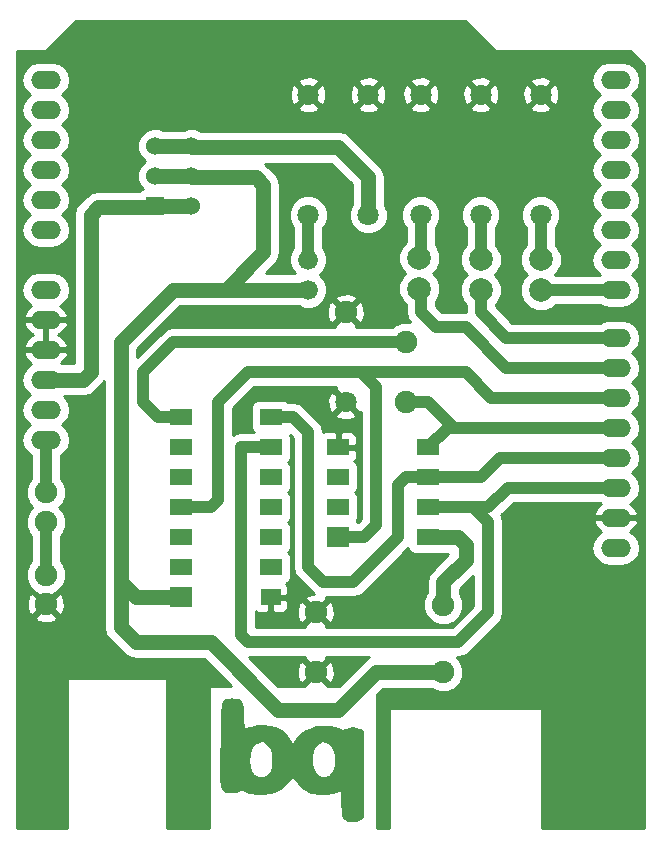
<source format=gtl>
G04 (created by PCBNEW (2013-jul-07)-stable) date Tue 24 Feb 2015 11:31:29 CET*
%MOIN*%
G04 Gerber Fmt 3.4, Leading zero omitted, Abs format*
%FSLAX34Y34*%
G01*
G70*
G90*
G04 APERTURE LIST*
%ADD10C,0.00590551*%
%ADD11C,0.0001*%
%ADD12R,0.06X0.06*%
%ADD13C,0.06*%
%ADD14C,0.066*%
%ADD15C,0.0748031*%
%ADD16R,0.0748031X0.0708661*%
%ADD17R,0.0748031X0.0551181*%
%ADD18R,0.0669291X0.0551181*%
%ADD19C,0.0708661*%
%ADD20C,0.0787402*%
%ADD21O,0.1X0.06*%
%ADD22C,0.04*%
%ADD23C,0.05*%
%ADD24C,0.01*%
G04 APERTURE END LIST*
G54D10*
G54D11*
G36*
X67067Y-47214D02*
X67069Y-46982D01*
X67073Y-46695D01*
X67077Y-46401D01*
X67082Y-46044D01*
X67087Y-45748D01*
X67093Y-45507D01*
X67102Y-45316D01*
X67114Y-45168D01*
X67131Y-45058D01*
X67154Y-44981D01*
X67185Y-44930D01*
X67226Y-44899D01*
X67276Y-44884D01*
X67339Y-44878D01*
X67415Y-44876D01*
X67437Y-44875D01*
X67558Y-44876D01*
X67658Y-44887D01*
X67709Y-44902D01*
X67775Y-44959D01*
X67821Y-45044D01*
X67850Y-45169D01*
X67864Y-45342D01*
X67867Y-45498D01*
X67869Y-45646D01*
X67875Y-45765D01*
X67883Y-45843D01*
X67892Y-45866D01*
X67936Y-45857D01*
X68021Y-45834D01*
X68066Y-45821D01*
X68066Y-46943D01*
X68082Y-47118D01*
X68129Y-47276D01*
X68208Y-47403D01*
X68241Y-47434D01*
X68356Y-47491D01*
X68484Y-47494D01*
X68607Y-47447D01*
X68709Y-47357D01*
X68755Y-47277D01*
X68785Y-47158D01*
X68799Y-47002D01*
X68796Y-46835D01*
X68777Y-46683D01*
X68746Y-46579D01*
X68672Y-46466D01*
X68579Y-46379D01*
X68485Y-46336D01*
X68461Y-46333D01*
X68387Y-46348D01*
X68298Y-46384D01*
X68296Y-46385D01*
X68196Y-46472D01*
X68123Y-46604D01*
X68080Y-46766D01*
X68066Y-46943D01*
X68066Y-45821D01*
X68080Y-45816D01*
X68292Y-45775D01*
X68528Y-45768D01*
X68758Y-45793D01*
X68920Y-45837D01*
X69110Y-45933D01*
X69278Y-46064D01*
X69403Y-46214D01*
X69431Y-46261D01*
X69490Y-46377D01*
X69592Y-46228D01*
X69738Y-46064D01*
X69932Y-45931D01*
X70117Y-45847D01*
X70147Y-45840D01*
X70147Y-47028D01*
X70181Y-47197D01*
X70247Y-47335D01*
X70337Y-47435D01*
X70446Y-47491D01*
X70566Y-47497D01*
X70691Y-47444D01*
X70730Y-47414D01*
X70826Y-47293D01*
X70884Y-47135D01*
X70904Y-46956D01*
X70888Y-46773D01*
X70835Y-46604D01*
X70745Y-46466D01*
X70715Y-46436D01*
X70597Y-46356D01*
X70489Y-46339D01*
X70381Y-46383D01*
X70354Y-46403D01*
X70256Y-46505D01*
X70191Y-46638D01*
X70153Y-46819D01*
X70151Y-46835D01*
X70147Y-47028D01*
X70147Y-45840D01*
X70296Y-45801D01*
X70505Y-45783D01*
X70720Y-45791D01*
X70914Y-45826D01*
X71012Y-45860D01*
X71110Y-45901D01*
X71171Y-45913D01*
X71218Y-45900D01*
X71244Y-45883D01*
X71344Y-45844D01*
X71477Y-45831D01*
X71617Y-45842D01*
X71736Y-45877D01*
X71779Y-45902D01*
X71867Y-45971D01*
X71867Y-47399D01*
X71867Y-48827D01*
X71764Y-48914D01*
X71639Y-48981D01*
X71489Y-49005D01*
X71341Y-48987D01*
X71216Y-48925D01*
X71210Y-48919D01*
X71172Y-48884D01*
X71146Y-48848D01*
X71129Y-48798D01*
X71118Y-48722D01*
X71112Y-48606D01*
X71107Y-48438D01*
X71106Y-48405D01*
X71095Y-47971D01*
X70956Y-48024D01*
X70824Y-48057D01*
X70638Y-48076D01*
X70500Y-48080D01*
X70340Y-48079D01*
X70225Y-48070D01*
X70132Y-48050D01*
X70040Y-48014D01*
X70000Y-47996D01*
X69804Y-47877D01*
X69643Y-47730D01*
X69543Y-47586D01*
X69506Y-47520D01*
X69482Y-47509D01*
X69456Y-47546D01*
X69454Y-47550D01*
X69364Y-47672D01*
X69236Y-47799D01*
X69090Y-47914D01*
X68948Y-47999D01*
X68897Y-48020D01*
X68719Y-48062D01*
X68511Y-48082D01*
X68297Y-48081D01*
X68098Y-48058D01*
X67937Y-48013D01*
X67922Y-48007D01*
X67824Y-47966D01*
X67763Y-47953D01*
X67716Y-47967D01*
X67689Y-47984D01*
X67605Y-48015D01*
X67485Y-48031D01*
X67359Y-48029D01*
X67255Y-48009D01*
X67232Y-47999D01*
X67173Y-47946D01*
X67116Y-47865D01*
X67112Y-47857D01*
X67098Y-47825D01*
X67087Y-47784D01*
X67078Y-47727D01*
X67072Y-47648D01*
X67068Y-47541D01*
X67067Y-47398D01*
X67067Y-47214D01*
X67067Y-47214D01*
X67067Y-47214D01*
G37*
G54D12*
X64905Y-28460D03*
G54D13*
X64905Y-27460D03*
X64905Y-26460D03*
X66094Y-26460D03*
X66094Y-27460D03*
X66094Y-28460D03*
G54D14*
X70000Y-31250D03*
X70000Y-30250D03*
G54D15*
X73250Y-35000D03*
X74500Y-41750D03*
X74500Y-44000D03*
X70250Y-44000D03*
G54D16*
X65750Y-41500D03*
G54D17*
X65750Y-40500D03*
X65750Y-39500D03*
X65750Y-38500D03*
X65750Y-37500D03*
X65750Y-36500D03*
X65750Y-35500D03*
X68750Y-35500D03*
X68750Y-36500D03*
X68750Y-37500D03*
X68750Y-38500D03*
X68750Y-39500D03*
X68750Y-40500D03*
G54D18*
X68750Y-41500D03*
G54D19*
X71250Y-35000D03*
G54D15*
X71250Y-32000D03*
X61250Y-40750D03*
X61250Y-41734D03*
X61250Y-39000D03*
X61250Y-38000D03*
G54D16*
X71000Y-39500D03*
G54D17*
X71000Y-38500D03*
X71000Y-37500D03*
X71000Y-36500D03*
X74000Y-36500D03*
X74000Y-37500D03*
X74000Y-38500D03*
X74000Y-39500D03*
G54D19*
X77750Y-24750D03*
X77750Y-28750D03*
X75750Y-24750D03*
X75750Y-28750D03*
X73750Y-24750D03*
X73750Y-28750D03*
G54D15*
X70250Y-42000D03*
X73250Y-33000D03*
G54D20*
X77750Y-31261D03*
X77750Y-30238D03*
X75750Y-31261D03*
X75750Y-30238D03*
X73700Y-31211D03*
X73700Y-30188D03*
G54D19*
X72000Y-28750D03*
X72000Y-24750D03*
X70000Y-24750D03*
X70000Y-28750D03*
G54D21*
X61250Y-24250D03*
X61250Y-25250D03*
X61250Y-26250D03*
X61250Y-29250D03*
X61250Y-28250D03*
X61250Y-27250D03*
X61250Y-31250D03*
X61250Y-32250D03*
X61250Y-33250D03*
X61250Y-35250D03*
X61250Y-36250D03*
X80250Y-24250D03*
X80250Y-25250D03*
X80250Y-26250D03*
X80250Y-27250D03*
X80250Y-28250D03*
X80250Y-29250D03*
X80250Y-30250D03*
X80250Y-31250D03*
X80250Y-32850D03*
X80250Y-33850D03*
X80250Y-34850D03*
X80250Y-35850D03*
X80250Y-36850D03*
X80250Y-37850D03*
X80250Y-38850D03*
X80250Y-39850D03*
X61250Y-34250D03*
G54D22*
X73750Y-31261D02*
X73750Y-32000D01*
X76600Y-33850D02*
X80250Y-33850D01*
X75250Y-32500D02*
X76600Y-33850D01*
X74250Y-32500D02*
X75250Y-32500D01*
X73750Y-32000D02*
X74250Y-32500D01*
G54D23*
X66094Y-28460D02*
X64905Y-28460D01*
X64905Y-28460D02*
X64866Y-28500D01*
X64866Y-28500D02*
X63000Y-28500D01*
X63000Y-28500D02*
X62750Y-28750D01*
X62750Y-28750D02*
X62750Y-34000D01*
X62750Y-34000D02*
X62500Y-34250D01*
X62500Y-34250D02*
X61250Y-34250D01*
G54D22*
X61250Y-36250D02*
X61250Y-38000D01*
X74000Y-38500D02*
X75500Y-38500D01*
X75500Y-38500D02*
X75750Y-38750D01*
X68750Y-36500D02*
X67750Y-36500D01*
X67750Y-36500D02*
X67750Y-42750D01*
X67750Y-42750D02*
X68000Y-43000D01*
X68000Y-43000D02*
X75000Y-43000D01*
X75000Y-43000D02*
X76000Y-42000D01*
X76000Y-42000D02*
X76000Y-39000D01*
X76000Y-39000D02*
X75750Y-38750D01*
X75750Y-38750D02*
X75750Y-38750D01*
X80250Y-37850D02*
X76650Y-37850D01*
X76000Y-38500D02*
X74000Y-38500D01*
X76650Y-37850D02*
X76000Y-38500D01*
X61250Y-39000D02*
X61250Y-40750D01*
X77750Y-30238D02*
X77750Y-28750D01*
X75750Y-30238D02*
X75750Y-28750D01*
X73750Y-30238D02*
X73750Y-28750D01*
X71000Y-39500D02*
X71849Y-39500D01*
X72250Y-34500D02*
X71750Y-34000D01*
X72250Y-39099D02*
X72250Y-34500D01*
X71849Y-39500D02*
X72250Y-39099D01*
X80250Y-34850D02*
X76100Y-34850D01*
X75250Y-34000D02*
X72500Y-34000D01*
X76100Y-34850D02*
X75250Y-34000D01*
X65750Y-38500D02*
X66750Y-38500D01*
X68000Y-34000D02*
X71750Y-34000D01*
X71750Y-34000D02*
X72500Y-34000D01*
X67000Y-35000D02*
X68000Y-34000D01*
X67000Y-38250D02*
X67000Y-35000D01*
X66750Y-38500D02*
X67000Y-38250D01*
X80250Y-32850D02*
X76600Y-32850D01*
X75750Y-32000D02*
X75750Y-31261D01*
X76600Y-32850D02*
X75750Y-32000D01*
X80250Y-31250D02*
X77761Y-31250D01*
X77761Y-31250D02*
X77750Y-31261D01*
X68750Y-35500D02*
X69500Y-35500D01*
X73250Y-37500D02*
X74000Y-37500D01*
X73000Y-37750D02*
X73250Y-37500D01*
X73000Y-39500D02*
X73000Y-37750D01*
X71500Y-41000D02*
X73000Y-39500D01*
X70500Y-41000D02*
X71500Y-41000D01*
X70000Y-40500D02*
X70500Y-41000D01*
X70000Y-36000D02*
X70000Y-40500D01*
X69500Y-35500D02*
X70000Y-36000D01*
X80250Y-36850D02*
X76400Y-36850D01*
X75750Y-37500D02*
X74000Y-37500D01*
X76400Y-36850D02*
X75750Y-37500D01*
X73250Y-33000D02*
X65500Y-33000D01*
X65000Y-35500D02*
X65750Y-35500D01*
X64500Y-35000D02*
X65000Y-35500D01*
X64500Y-34000D02*
X64500Y-35000D01*
X65500Y-33000D02*
X64500Y-34000D01*
X73250Y-35000D02*
X74000Y-35000D01*
X74000Y-35000D02*
X74850Y-35850D01*
X80250Y-35850D02*
X74850Y-35850D01*
X74850Y-35850D02*
X74650Y-35850D01*
X74650Y-35850D02*
X74000Y-36500D01*
G54D23*
X64905Y-26460D02*
X66094Y-26460D01*
X66094Y-26460D02*
X66133Y-26500D01*
X66133Y-26500D02*
X71000Y-26500D01*
X71000Y-26500D02*
X72000Y-27500D01*
X72000Y-27500D02*
X72000Y-28750D01*
G54D22*
X70000Y-30250D02*
X70000Y-28750D01*
G54D23*
X67000Y-27500D02*
X66133Y-27500D01*
X68250Y-27500D02*
X68500Y-27750D01*
X68500Y-27750D02*
X68500Y-30000D01*
X67250Y-31250D02*
X68500Y-30000D01*
X67000Y-27500D02*
X68250Y-27500D01*
X66133Y-27500D02*
X66094Y-27460D01*
X66094Y-27460D02*
X64905Y-27460D01*
X74500Y-44000D02*
X72250Y-44000D01*
X63750Y-42500D02*
X63750Y-41000D01*
X64250Y-43000D02*
X63750Y-42500D01*
X66750Y-43000D02*
X64250Y-43000D01*
X69000Y-45250D02*
X66750Y-43000D01*
X71000Y-45250D02*
X69000Y-45250D01*
X72250Y-44000D02*
X71000Y-45250D01*
X67250Y-31250D02*
X65500Y-31250D01*
X64250Y-41500D02*
X65750Y-41500D01*
X63750Y-41000D02*
X64250Y-41500D01*
X63750Y-33000D02*
X63750Y-41000D01*
X65500Y-31250D02*
X63750Y-33000D01*
X70000Y-31250D02*
X67250Y-31250D01*
X74000Y-39500D02*
X74500Y-39500D01*
X74500Y-41000D02*
X74500Y-41750D01*
X75250Y-40250D02*
X74500Y-41000D01*
X75250Y-39750D02*
X75250Y-40250D01*
X75000Y-39500D02*
X75250Y-39750D01*
X74500Y-39500D02*
X75000Y-39500D01*
G54D10*
G36*
X71750Y-38892D02*
X71642Y-39000D01*
X71638Y-39000D01*
X71628Y-38975D01*
X71613Y-38960D01*
X71628Y-38945D01*
X71673Y-38835D01*
X71674Y-38716D01*
X71674Y-38164D01*
X71628Y-38054D01*
X71573Y-37999D01*
X71628Y-37945D01*
X71673Y-37835D01*
X71674Y-37716D01*
X71674Y-37164D01*
X71628Y-37054D01*
X71544Y-36970D01*
X71536Y-36966D01*
X71586Y-36917D01*
X71624Y-36825D01*
X71624Y-36174D01*
X71604Y-36127D01*
X71604Y-35425D01*
X71250Y-35070D01*
X71179Y-35141D01*
X71179Y-35000D01*
X70824Y-34645D01*
X70723Y-34679D01*
X70641Y-34905D01*
X70651Y-35145D01*
X70723Y-35320D01*
X70824Y-35354D01*
X71179Y-35000D01*
X71179Y-35141D01*
X70895Y-35425D01*
X70929Y-35526D01*
X71155Y-35608D01*
X71395Y-35598D01*
X71570Y-35526D01*
X71604Y-35425D01*
X71604Y-36127D01*
X71586Y-36082D01*
X71515Y-36012D01*
X71423Y-35974D01*
X71324Y-35974D01*
X71112Y-35974D01*
X71050Y-36036D01*
X71050Y-36450D01*
X71561Y-36450D01*
X71624Y-36387D01*
X71624Y-36174D01*
X71624Y-36825D01*
X71624Y-36612D01*
X71561Y-36550D01*
X71050Y-36550D01*
X71050Y-36557D01*
X70950Y-36557D01*
X70950Y-36550D01*
X70942Y-36550D01*
X70942Y-36450D01*
X70950Y-36450D01*
X70950Y-36036D01*
X70887Y-35974D01*
X70675Y-35974D01*
X70576Y-35974D01*
X70500Y-36006D01*
X70500Y-36000D01*
X70461Y-35808D01*
X70353Y-35646D01*
X70353Y-35646D01*
X69853Y-35146D01*
X69691Y-35038D01*
X69500Y-34999D01*
X69499Y-35000D01*
X69323Y-35000D01*
X69294Y-34970D01*
X69183Y-34924D01*
X69064Y-34924D01*
X68316Y-34924D01*
X68206Y-34969D01*
X68121Y-35054D01*
X68076Y-35164D01*
X68075Y-35283D01*
X68075Y-35835D01*
X68121Y-35945D01*
X68176Y-36000D01*
X67750Y-36000D01*
X67558Y-36038D01*
X67500Y-36077D01*
X67500Y-35207D01*
X68207Y-34500D01*
X70920Y-34500D01*
X70895Y-34574D01*
X71250Y-34929D01*
X71255Y-34923D01*
X71326Y-34994D01*
X71320Y-35000D01*
X71675Y-35354D01*
X71750Y-35329D01*
X71750Y-38892D01*
X71750Y-38892D01*
G37*
G54D24*
X71750Y-38892D02*
X71642Y-39000D01*
X71638Y-39000D01*
X71628Y-38975D01*
X71613Y-38960D01*
X71628Y-38945D01*
X71673Y-38835D01*
X71674Y-38716D01*
X71674Y-38164D01*
X71628Y-38054D01*
X71573Y-37999D01*
X71628Y-37945D01*
X71673Y-37835D01*
X71674Y-37716D01*
X71674Y-37164D01*
X71628Y-37054D01*
X71544Y-36970D01*
X71536Y-36966D01*
X71586Y-36917D01*
X71624Y-36825D01*
X71624Y-36174D01*
X71604Y-36127D01*
X71604Y-35425D01*
X71250Y-35070D01*
X71179Y-35141D01*
X71179Y-35000D01*
X70824Y-34645D01*
X70723Y-34679D01*
X70641Y-34905D01*
X70651Y-35145D01*
X70723Y-35320D01*
X70824Y-35354D01*
X71179Y-35000D01*
X71179Y-35141D01*
X70895Y-35425D01*
X70929Y-35526D01*
X71155Y-35608D01*
X71395Y-35598D01*
X71570Y-35526D01*
X71604Y-35425D01*
X71604Y-36127D01*
X71586Y-36082D01*
X71515Y-36012D01*
X71423Y-35974D01*
X71324Y-35974D01*
X71112Y-35974D01*
X71050Y-36036D01*
X71050Y-36450D01*
X71561Y-36450D01*
X71624Y-36387D01*
X71624Y-36174D01*
X71624Y-36825D01*
X71624Y-36612D01*
X71561Y-36550D01*
X71050Y-36550D01*
X71050Y-36557D01*
X70950Y-36557D01*
X70950Y-36550D01*
X70942Y-36550D01*
X70942Y-36450D01*
X70950Y-36450D01*
X70950Y-36036D01*
X70887Y-35974D01*
X70675Y-35974D01*
X70576Y-35974D01*
X70500Y-36006D01*
X70500Y-36000D01*
X70461Y-35808D01*
X70353Y-35646D01*
X70353Y-35646D01*
X69853Y-35146D01*
X69691Y-35038D01*
X69500Y-34999D01*
X69499Y-35000D01*
X69323Y-35000D01*
X69294Y-34970D01*
X69183Y-34924D01*
X69064Y-34924D01*
X68316Y-34924D01*
X68206Y-34969D01*
X68121Y-35054D01*
X68076Y-35164D01*
X68075Y-35283D01*
X68075Y-35835D01*
X68121Y-35945D01*
X68176Y-36000D01*
X67750Y-36000D01*
X67558Y-36038D01*
X67500Y-36077D01*
X67500Y-35207D01*
X68207Y-34500D01*
X70920Y-34500D01*
X70895Y-34574D01*
X71250Y-34929D01*
X71255Y-34923D01*
X71326Y-34994D01*
X71320Y-35000D01*
X71675Y-35354D01*
X71750Y-35329D01*
X71750Y-38892D01*
G54D10*
G36*
X72027Y-43500D02*
X71861Y-43611D01*
X71022Y-44450D01*
X70878Y-44450D01*
X70878Y-44099D01*
X70868Y-43851D01*
X70792Y-43667D01*
X70689Y-43631D01*
X70320Y-44000D01*
X70689Y-44368D01*
X70792Y-44332D01*
X70878Y-44099D01*
X70878Y-44450D01*
X70615Y-44450D01*
X70618Y-44439D01*
X70250Y-44070D01*
X70179Y-44141D01*
X70179Y-44000D01*
X69810Y-43631D01*
X69707Y-43667D01*
X69621Y-43900D01*
X69631Y-44148D01*
X69707Y-44332D01*
X69810Y-44368D01*
X70179Y-44000D01*
X70179Y-44141D01*
X69881Y-44439D01*
X69884Y-44450D01*
X68977Y-44450D01*
X68027Y-43500D01*
X69902Y-43500D01*
X69881Y-43560D01*
X70250Y-43929D01*
X70618Y-43560D01*
X70597Y-43500D01*
X72027Y-43500D01*
X72027Y-43500D01*
G37*
G54D24*
X72027Y-43500D02*
X71861Y-43611D01*
X71022Y-44450D01*
X70878Y-44450D01*
X70878Y-44099D01*
X70868Y-43851D01*
X70792Y-43667D01*
X70689Y-43631D01*
X70320Y-44000D01*
X70689Y-44368D01*
X70792Y-44332D01*
X70878Y-44099D01*
X70878Y-44450D01*
X70615Y-44450D01*
X70618Y-44439D01*
X70250Y-44070D01*
X70179Y-44141D01*
X70179Y-44000D01*
X69810Y-43631D01*
X69707Y-43667D01*
X69621Y-43900D01*
X69631Y-44148D01*
X69707Y-44332D01*
X69810Y-44368D01*
X70179Y-44000D01*
X70179Y-44141D01*
X69881Y-44439D01*
X69884Y-44450D01*
X68977Y-44450D01*
X68027Y-43500D01*
X69902Y-43500D01*
X69881Y-43560D01*
X70250Y-43929D01*
X70618Y-43560D01*
X70597Y-43500D01*
X72027Y-43500D01*
G54D10*
G36*
X75500Y-41792D02*
X74792Y-42500D01*
X70878Y-42500D01*
X70878Y-42099D01*
X70868Y-41851D01*
X70792Y-41667D01*
X70689Y-41631D01*
X70320Y-42000D01*
X70689Y-42368D01*
X70792Y-42332D01*
X70878Y-42099D01*
X70878Y-42500D01*
X70597Y-42500D01*
X70618Y-42439D01*
X70250Y-42070D01*
X70179Y-42141D01*
X70179Y-42000D01*
X69810Y-41631D01*
X69707Y-41667D01*
X69621Y-41900D01*
X69631Y-42148D01*
X69707Y-42332D01*
X69810Y-42368D01*
X70179Y-42000D01*
X70179Y-42141D01*
X69881Y-42439D01*
X69902Y-42500D01*
X69334Y-42500D01*
X69334Y-41825D01*
X69334Y-41612D01*
X69272Y-41550D01*
X68800Y-41550D01*
X68800Y-41963D01*
X68862Y-42025D01*
X69035Y-42025D01*
X69134Y-42025D01*
X69226Y-41987D01*
X69296Y-41917D01*
X69334Y-41825D01*
X69334Y-42500D01*
X68250Y-42500D01*
X68250Y-41963D01*
X68273Y-41987D01*
X68365Y-42025D01*
X68464Y-42025D01*
X68637Y-42025D01*
X68700Y-41963D01*
X68700Y-41550D01*
X68692Y-41550D01*
X68692Y-41450D01*
X68700Y-41450D01*
X68700Y-41442D01*
X68800Y-41442D01*
X68800Y-41450D01*
X69272Y-41450D01*
X69334Y-41387D01*
X69334Y-41174D01*
X69296Y-41082D01*
X69258Y-41044D01*
X69293Y-41030D01*
X69378Y-40945D01*
X69423Y-40835D01*
X69424Y-40716D01*
X69424Y-40164D01*
X69378Y-40054D01*
X69323Y-39999D01*
X69378Y-39945D01*
X69423Y-39835D01*
X69424Y-39716D01*
X69424Y-39164D01*
X69378Y-39054D01*
X69323Y-38999D01*
X69378Y-38945D01*
X69423Y-38835D01*
X69424Y-38716D01*
X69424Y-38164D01*
X69378Y-38054D01*
X69323Y-37999D01*
X69378Y-37945D01*
X69423Y-37835D01*
X69424Y-37716D01*
X69424Y-37164D01*
X69378Y-37054D01*
X69323Y-36999D01*
X69378Y-36945D01*
X69423Y-36835D01*
X69424Y-36716D01*
X69424Y-36164D01*
X69400Y-36107D01*
X69500Y-36207D01*
X69500Y-40499D01*
X69499Y-40500D01*
X69538Y-40691D01*
X69646Y-40853D01*
X70146Y-41353D01*
X70146Y-41353D01*
X70183Y-41378D01*
X70101Y-41381D01*
X69917Y-41457D01*
X69881Y-41560D01*
X70250Y-41929D01*
X70618Y-41560D01*
X70597Y-41500D01*
X71499Y-41500D01*
X71500Y-41500D01*
X71500Y-41500D01*
X71691Y-41461D01*
X71853Y-41353D01*
X73339Y-39867D01*
X73371Y-39945D01*
X73455Y-40029D01*
X73566Y-40075D01*
X73685Y-40075D01*
X74433Y-40075D01*
X74495Y-40050D01*
X74500Y-40050D01*
X74672Y-40050D01*
X74111Y-40611D01*
X73991Y-40789D01*
X73950Y-41000D01*
X73950Y-41346D01*
X73928Y-41367D01*
X73826Y-41615D01*
X73825Y-41883D01*
X73928Y-42131D01*
X74117Y-42321D01*
X74365Y-42423D01*
X74633Y-42424D01*
X74881Y-42321D01*
X75071Y-42132D01*
X75173Y-41884D01*
X75174Y-41616D01*
X75071Y-41368D01*
X75050Y-41346D01*
X75050Y-41227D01*
X75500Y-40777D01*
X75500Y-41792D01*
X75500Y-41792D01*
G37*
G54D24*
X75500Y-41792D02*
X74792Y-42500D01*
X70878Y-42500D01*
X70878Y-42099D01*
X70868Y-41851D01*
X70792Y-41667D01*
X70689Y-41631D01*
X70320Y-42000D01*
X70689Y-42368D01*
X70792Y-42332D01*
X70878Y-42099D01*
X70878Y-42500D01*
X70597Y-42500D01*
X70618Y-42439D01*
X70250Y-42070D01*
X70179Y-42141D01*
X70179Y-42000D01*
X69810Y-41631D01*
X69707Y-41667D01*
X69621Y-41900D01*
X69631Y-42148D01*
X69707Y-42332D01*
X69810Y-42368D01*
X70179Y-42000D01*
X70179Y-42141D01*
X69881Y-42439D01*
X69902Y-42500D01*
X69334Y-42500D01*
X69334Y-41825D01*
X69334Y-41612D01*
X69272Y-41550D01*
X68800Y-41550D01*
X68800Y-41963D01*
X68862Y-42025D01*
X69035Y-42025D01*
X69134Y-42025D01*
X69226Y-41987D01*
X69296Y-41917D01*
X69334Y-41825D01*
X69334Y-42500D01*
X68250Y-42500D01*
X68250Y-41963D01*
X68273Y-41987D01*
X68365Y-42025D01*
X68464Y-42025D01*
X68637Y-42025D01*
X68700Y-41963D01*
X68700Y-41550D01*
X68692Y-41550D01*
X68692Y-41450D01*
X68700Y-41450D01*
X68700Y-41442D01*
X68800Y-41442D01*
X68800Y-41450D01*
X69272Y-41450D01*
X69334Y-41387D01*
X69334Y-41174D01*
X69296Y-41082D01*
X69258Y-41044D01*
X69293Y-41030D01*
X69378Y-40945D01*
X69423Y-40835D01*
X69424Y-40716D01*
X69424Y-40164D01*
X69378Y-40054D01*
X69323Y-39999D01*
X69378Y-39945D01*
X69423Y-39835D01*
X69424Y-39716D01*
X69424Y-39164D01*
X69378Y-39054D01*
X69323Y-38999D01*
X69378Y-38945D01*
X69423Y-38835D01*
X69424Y-38716D01*
X69424Y-38164D01*
X69378Y-38054D01*
X69323Y-37999D01*
X69378Y-37945D01*
X69423Y-37835D01*
X69424Y-37716D01*
X69424Y-37164D01*
X69378Y-37054D01*
X69323Y-36999D01*
X69378Y-36945D01*
X69423Y-36835D01*
X69424Y-36716D01*
X69424Y-36164D01*
X69400Y-36107D01*
X69500Y-36207D01*
X69500Y-40499D01*
X69499Y-40500D01*
X69538Y-40691D01*
X69646Y-40853D01*
X70146Y-41353D01*
X70146Y-41353D01*
X70183Y-41378D01*
X70101Y-41381D01*
X69917Y-41457D01*
X69881Y-41560D01*
X70250Y-41929D01*
X70618Y-41560D01*
X70597Y-41500D01*
X71499Y-41500D01*
X71500Y-41500D01*
X71500Y-41500D01*
X71691Y-41461D01*
X71853Y-41353D01*
X73339Y-39867D01*
X73371Y-39945D01*
X73455Y-40029D01*
X73566Y-40075D01*
X73685Y-40075D01*
X74433Y-40075D01*
X74495Y-40050D01*
X74500Y-40050D01*
X74672Y-40050D01*
X74111Y-40611D01*
X73991Y-40789D01*
X73950Y-41000D01*
X73950Y-41346D01*
X73928Y-41367D01*
X73826Y-41615D01*
X73825Y-41883D01*
X73928Y-42131D01*
X74117Y-42321D01*
X74365Y-42423D01*
X74633Y-42424D01*
X74881Y-42321D01*
X75071Y-42132D01*
X75173Y-41884D01*
X75174Y-41616D01*
X75071Y-41368D01*
X75050Y-41346D01*
X75050Y-41227D01*
X75500Y-40777D01*
X75500Y-41792D01*
G54D10*
G36*
X81200Y-49200D02*
X81065Y-49200D01*
X81065Y-39850D01*
X81020Y-39620D01*
X80889Y-39425D01*
X80730Y-39319D01*
X80874Y-39203D01*
X80977Y-39014D01*
X80983Y-38985D01*
X80934Y-38900D01*
X80300Y-38900D01*
X80300Y-38907D01*
X80200Y-38907D01*
X80200Y-38900D01*
X79565Y-38900D01*
X79516Y-38985D01*
X79522Y-39014D01*
X79625Y-39203D01*
X79769Y-39319D01*
X79610Y-39425D01*
X79479Y-39620D01*
X79434Y-39850D01*
X79479Y-40079D01*
X79610Y-40274D01*
X79804Y-40404D01*
X80034Y-40450D01*
X80465Y-40450D01*
X80695Y-40404D01*
X80889Y-40274D01*
X81020Y-40079D01*
X81065Y-39850D01*
X81065Y-49200D01*
X77800Y-49200D01*
X77800Y-45200D01*
X72700Y-45200D01*
X72700Y-49200D01*
X72300Y-49200D01*
X72300Y-44727D01*
X72477Y-44550D01*
X74096Y-44550D01*
X74117Y-44571D01*
X74365Y-44673D01*
X74633Y-44674D01*
X74881Y-44571D01*
X75071Y-44382D01*
X75173Y-44134D01*
X75174Y-43866D01*
X75071Y-43618D01*
X74953Y-43500D01*
X74999Y-43500D01*
X75000Y-43500D01*
X75000Y-43500D01*
X75191Y-43461D01*
X75353Y-43353D01*
X76353Y-42353D01*
X76353Y-42353D01*
X76353Y-42353D01*
X76461Y-42191D01*
X76500Y-42000D01*
X76500Y-39000D01*
X76461Y-38808D01*
X76436Y-38770D01*
X76857Y-38350D01*
X79723Y-38350D01*
X79769Y-38380D01*
X79625Y-38496D01*
X79522Y-38685D01*
X79516Y-38714D01*
X79565Y-38800D01*
X80200Y-38800D01*
X80200Y-38792D01*
X80300Y-38792D01*
X80300Y-38800D01*
X80934Y-38800D01*
X80983Y-38714D01*
X80977Y-38685D01*
X80874Y-38496D01*
X80730Y-38380D01*
X80889Y-38274D01*
X81020Y-38079D01*
X81065Y-37850D01*
X81020Y-37620D01*
X80889Y-37425D01*
X80776Y-37350D01*
X80889Y-37274D01*
X81020Y-37079D01*
X81065Y-36850D01*
X81020Y-36620D01*
X80889Y-36425D01*
X80776Y-36350D01*
X80889Y-36274D01*
X81020Y-36079D01*
X81065Y-35850D01*
X81020Y-35620D01*
X80889Y-35425D01*
X80776Y-35350D01*
X80889Y-35274D01*
X81020Y-35079D01*
X81065Y-34850D01*
X81020Y-34620D01*
X80889Y-34425D01*
X80776Y-34350D01*
X80889Y-34274D01*
X81020Y-34079D01*
X81065Y-33850D01*
X81020Y-33620D01*
X80889Y-33425D01*
X80776Y-33350D01*
X80889Y-33274D01*
X81020Y-33079D01*
X81065Y-32850D01*
X81065Y-31250D01*
X81020Y-31020D01*
X80889Y-30825D01*
X80776Y-30750D01*
X80889Y-30674D01*
X81020Y-30479D01*
X81065Y-30250D01*
X81020Y-30020D01*
X80889Y-29825D01*
X80776Y-29750D01*
X80889Y-29674D01*
X81020Y-29479D01*
X81065Y-29250D01*
X81020Y-29020D01*
X80889Y-28825D01*
X80776Y-28750D01*
X80889Y-28674D01*
X81020Y-28479D01*
X81065Y-28250D01*
X81020Y-28020D01*
X80889Y-27825D01*
X80776Y-27750D01*
X80889Y-27674D01*
X81020Y-27479D01*
X81065Y-27250D01*
X81020Y-27020D01*
X80889Y-26825D01*
X80776Y-26750D01*
X80889Y-26674D01*
X81020Y-26479D01*
X81065Y-26250D01*
X81020Y-26020D01*
X80889Y-25825D01*
X80776Y-25750D01*
X80889Y-25674D01*
X81020Y-25479D01*
X81065Y-25250D01*
X81020Y-25020D01*
X80889Y-24825D01*
X80776Y-24750D01*
X80889Y-24674D01*
X81020Y-24479D01*
X81065Y-24250D01*
X81020Y-24020D01*
X80889Y-23825D01*
X80695Y-23695D01*
X80465Y-23650D01*
X80034Y-23650D01*
X79804Y-23695D01*
X79610Y-23825D01*
X79479Y-24020D01*
X79434Y-24250D01*
X79479Y-24479D01*
X79610Y-24674D01*
X79723Y-24750D01*
X79610Y-24825D01*
X79479Y-25020D01*
X79434Y-25250D01*
X79479Y-25479D01*
X79610Y-25674D01*
X79723Y-25750D01*
X79610Y-25825D01*
X79479Y-26020D01*
X79434Y-26250D01*
X79479Y-26479D01*
X79610Y-26674D01*
X79723Y-26750D01*
X79610Y-26825D01*
X79479Y-27020D01*
X79434Y-27250D01*
X79479Y-27479D01*
X79610Y-27674D01*
X79723Y-27750D01*
X79610Y-27825D01*
X79479Y-28020D01*
X79434Y-28250D01*
X79479Y-28479D01*
X79610Y-28674D01*
X79723Y-28750D01*
X79610Y-28825D01*
X79479Y-29020D01*
X79434Y-29250D01*
X79479Y-29479D01*
X79610Y-29674D01*
X79723Y-29750D01*
X79610Y-29825D01*
X79479Y-30020D01*
X79434Y-30250D01*
X79479Y-30479D01*
X79610Y-30674D01*
X79723Y-30750D01*
X78219Y-30750D01*
X78219Y-30749D01*
X78337Y-30631D01*
X78443Y-30376D01*
X78443Y-30100D01*
X78338Y-29845D01*
X78250Y-29757D01*
X78250Y-29175D01*
X78304Y-29121D01*
X78404Y-28880D01*
X78404Y-28620D01*
X78358Y-28510D01*
X78358Y-24844D01*
X78348Y-24604D01*
X78276Y-24429D01*
X78175Y-24395D01*
X78104Y-24466D01*
X78104Y-24324D01*
X78070Y-24223D01*
X77844Y-24141D01*
X77604Y-24151D01*
X77429Y-24223D01*
X77395Y-24324D01*
X77750Y-24679D01*
X78104Y-24324D01*
X78104Y-24466D01*
X77820Y-24750D01*
X78175Y-25104D01*
X78276Y-25070D01*
X78358Y-24844D01*
X78358Y-28510D01*
X78305Y-28379D01*
X78121Y-28195D01*
X78104Y-28188D01*
X78104Y-25175D01*
X77750Y-24820D01*
X77679Y-24891D01*
X77679Y-24750D01*
X77324Y-24395D01*
X77223Y-24429D01*
X77141Y-24655D01*
X77151Y-24895D01*
X77223Y-25070D01*
X77324Y-25104D01*
X77679Y-24750D01*
X77679Y-24891D01*
X77395Y-25175D01*
X77429Y-25276D01*
X77655Y-25358D01*
X77895Y-25348D01*
X78070Y-25276D01*
X78104Y-25175D01*
X78104Y-28188D01*
X77880Y-28095D01*
X77620Y-28095D01*
X77379Y-28194D01*
X77195Y-28378D01*
X77095Y-28619D01*
X77095Y-28879D01*
X77194Y-29120D01*
X77250Y-29175D01*
X77250Y-29757D01*
X77162Y-29844D01*
X77056Y-30099D01*
X77056Y-30375D01*
X77161Y-30630D01*
X77280Y-30750D01*
X77162Y-30868D01*
X77056Y-31123D01*
X77056Y-31399D01*
X77161Y-31654D01*
X77356Y-31849D01*
X77611Y-31955D01*
X77887Y-31955D01*
X78142Y-31850D01*
X78242Y-31750D01*
X79723Y-31750D01*
X79804Y-31804D01*
X80034Y-31850D01*
X80465Y-31850D01*
X80695Y-31804D01*
X80889Y-31674D01*
X81020Y-31479D01*
X81065Y-31250D01*
X81065Y-32850D01*
X81020Y-32620D01*
X80889Y-32425D01*
X80695Y-32295D01*
X80465Y-32250D01*
X80034Y-32250D01*
X79804Y-32295D01*
X79723Y-32350D01*
X76807Y-32350D01*
X76250Y-31792D01*
X76250Y-31742D01*
X76337Y-31655D01*
X76443Y-31400D01*
X76443Y-31124D01*
X76338Y-30869D01*
X76219Y-30749D01*
X76337Y-30631D01*
X76443Y-30376D01*
X76443Y-30100D01*
X76338Y-29845D01*
X76250Y-29757D01*
X76250Y-29175D01*
X76304Y-29121D01*
X76404Y-28880D01*
X76404Y-28620D01*
X76358Y-28510D01*
X76358Y-24844D01*
X76348Y-24604D01*
X76276Y-24429D01*
X76175Y-24395D01*
X76104Y-24466D01*
X76104Y-24324D01*
X76070Y-24223D01*
X75844Y-24141D01*
X75604Y-24151D01*
X75429Y-24223D01*
X75395Y-24324D01*
X75750Y-24679D01*
X76104Y-24324D01*
X76104Y-24466D01*
X75820Y-24750D01*
X76175Y-25104D01*
X76276Y-25070D01*
X76358Y-24844D01*
X76358Y-28510D01*
X76305Y-28379D01*
X76121Y-28195D01*
X76104Y-28188D01*
X76104Y-25175D01*
X75750Y-24820D01*
X75679Y-24891D01*
X75679Y-24750D01*
X75324Y-24395D01*
X75223Y-24429D01*
X75141Y-24655D01*
X75151Y-24895D01*
X75223Y-25070D01*
X75324Y-25104D01*
X75679Y-24750D01*
X75679Y-24891D01*
X75395Y-25175D01*
X75429Y-25276D01*
X75655Y-25358D01*
X75895Y-25348D01*
X76070Y-25276D01*
X76104Y-25175D01*
X76104Y-28188D01*
X75880Y-28095D01*
X75620Y-28095D01*
X75379Y-28194D01*
X75195Y-28378D01*
X75095Y-28619D01*
X75095Y-28879D01*
X75194Y-29120D01*
X75250Y-29175D01*
X75250Y-29757D01*
X75162Y-29844D01*
X75056Y-30099D01*
X75056Y-30375D01*
X75161Y-30630D01*
X75280Y-30750D01*
X75162Y-30868D01*
X75056Y-31123D01*
X75056Y-31399D01*
X75161Y-31654D01*
X75250Y-31742D01*
X75250Y-31999D01*
X75249Y-31999D01*
X75249Y-32000D01*
X74457Y-32000D01*
X74250Y-31792D01*
X74250Y-31642D01*
X74287Y-31605D01*
X74393Y-31350D01*
X74393Y-31074D01*
X74288Y-30819D01*
X74169Y-30699D01*
X74287Y-30581D01*
X74393Y-30326D01*
X74393Y-30050D01*
X74288Y-29795D01*
X74250Y-29757D01*
X74250Y-29175D01*
X74304Y-29121D01*
X74404Y-28880D01*
X74404Y-28620D01*
X74358Y-28510D01*
X74358Y-24844D01*
X74348Y-24604D01*
X74276Y-24429D01*
X74175Y-24395D01*
X74104Y-24466D01*
X74104Y-24324D01*
X74070Y-24223D01*
X73844Y-24141D01*
X73604Y-24151D01*
X73429Y-24223D01*
X73395Y-24324D01*
X73750Y-24679D01*
X74104Y-24324D01*
X74104Y-24466D01*
X73820Y-24750D01*
X74175Y-25104D01*
X74276Y-25070D01*
X74358Y-24844D01*
X74358Y-28510D01*
X74305Y-28379D01*
X74121Y-28195D01*
X74104Y-28188D01*
X74104Y-25175D01*
X73750Y-24820D01*
X73679Y-24891D01*
X73679Y-24750D01*
X73324Y-24395D01*
X73223Y-24429D01*
X73141Y-24655D01*
X73151Y-24895D01*
X73223Y-25070D01*
X73324Y-25104D01*
X73679Y-24750D01*
X73679Y-24891D01*
X73395Y-25175D01*
X73429Y-25276D01*
X73655Y-25358D01*
X73895Y-25348D01*
X74070Y-25276D01*
X74104Y-25175D01*
X74104Y-28188D01*
X73880Y-28095D01*
X73620Y-28095D01*
X73379Y-28194D01*
X73195Y-28378D01*
X73095Y-28619D01*
X73095Y-28879D01*
X73194Y-29120D01*
X73250Y-29175D01*
X73250Y-29657D01*
X73112Y-29794D01*
X73006Y-30049D01*
X73006Y-30325D01*
X73111Y-30580D01*
X73230Y-30700D01*
X73112Y-30818D01*
X73006Y-31073D01*
X73006Y-31349D01*
X73111Y-31604D01*
X73250Y-31742D01*
X73250Y-31999D01*
X73249Y-32000D01*
X73288Y-32191D01*
X73378Y-32326D01*
X73116Y-32325D01*
X72868Y-32428D01*
X72796Y-32500D01*
X71878Y-32500D01*
X71878Y-32099D01*
X71868Y-31851D01*
X71792Y-31667D01*
X71689Y-31631D01*
X71618Y-31701D01*
X71618Y-31560D01*
X71582Y-31457D01*
X71349Y-31371D01*
X71101Y-31381D01*
X70917Y-31457D01*
X70881Y-31560D01*
X71250Y-31929D01*
X71618Y-31560D01*
X71618Y-31701D01*
X71320Y-32000D01*
X71689Y-32368D01*
X71792Y-32332D01*
X71878Y-32099D01*
X71878Y-32500D01*
X71597Y-32500D01*
X71618Y-32439D01*
X71250Y-32070D01*
X71179Y-32141D01*
X71179Y-32000D01*
X70810Y-31631D01*
X70707Y-31667D01*
X70621Y-31900D01*
X70631Y-32148D01*
X70707Y-32332D01*
X70810Y-32368D01*
X71179Y-32000D01*
X71179Y-32141D01*
X70881Y-32439D01*
X70902Y-32500D01*
X65500Y-32500D01*
X65308Y-32538D01*
X65146Y-32646D01*
X65146Y-32646D01*
X64300Y-33492D01*
X64300Y-33227D01*
X65727Y-31800D01*
X67250Y-31800D01*
X69681Y-31800D01*
X69874Y-31879D01*
X70124Y-31880D01*
X70356Y-31784D01*
X70533Y-31607D01*
X70629Y-31375D01*
X70630Y-31125D01*
X70534Y-30893D01*
X70390Y-30749D01*
X70533Y-30607D01*
X70629Y-30375D01*
X70630Y-30125D01*
X70534Y-29893D01*
X70500Y-29859D01*
X70500Y-29175D01*
X70554Y-29121D01*
X70654Y-28880D01*
X70654Y-28620D01*
X70555Y-28379D01*
X70371Y-28195D01*
X70130Y-28095D01*
X69870Y-28095D01*
X69629Y-28194D01*
X69445Y-28378D01*
X69345Y-28619D01*
X69345Y-28879D01*
X69444Y-29120D01*
X69500Y-29175D01*
X69500Y-29858D01*
X69466Y-29892D01*
X69370Y-30124D01*
X69369Y-30374D01*
X69465Y-30606D01*
X69559Y-30700D01*
X68577Y-30700D01*
X68888Y-30388D01*
X69008Y-30210D01*
X69050Y-30000D01*
X69050Y-27750D01*
X69008Y-27539D01*
X68888Y-27361D01*
X68888Y-27361D01*
X68638Y-27111D01*
X68547Y-27050D01*
X70772Y-27050D01*
X71450Y-27727D01*
X71450Y-28374D01*
X71445Y-28378D01*
X71345Y-28619D01*
X71345Y-28879D01*
X71444Y-29120D01*
X71628Y-29304D01*
X71869Y-29404D01*
X72129Y-29404D01*
X72370Y-29305D01*
X72554Y-29121D01*
X72654Y-28880D01*
X72654Y-28620D01*
X72608Y-28510D01*
X72608Y-24844D01*
X72598Y-24604D01*
X72526Y-24429D01*
X72425Y-24395D01*
X72354Y-24466D01*
X72354Y-24324D01*
X72320Y-24223D01*
X72094Y-24141D01*
X71854Y-24151D01*
X71679Y-24223D01*
X71645Y-24324D01*
X72000Y-24679D01*
X72354Y-24324D01*
X72354Y-24466D01*
X72070Y-24750D01*
X72425Y-25104D01*
X72526Y-25070D01*
X72608Y-24844D01*
X72608Y-28510D01*
X72555Y-28379D01*
X72550Y-28374D01*
X72550Y-27500D01*
X72508Y-27289D01*
X72388Y-27111D01*
X72354Y-27076D01*
X72354Y-25175D01*
X72000Y-24820D01*
X71929Y-24891D01*
X71929Y-24750D01*
X71574Y-24395D01*
X71473Y-24429D01*
X71391Y-24655D01*
X71401Y-24895D01*
X71473Y-25070D01*
X71574Y-25104D01*
X71929Y-24750D01*
X71929Y-24891D01*
X71645Y-25175D01*
X71679Y-25276D01*
X71905Y-25358D01*
X72145Y-25348D01*
X72320Y-25276D01*
X72354Y-25175D01*
X72354Y-27076D01*
X71388Y-26111D01*
X71210Y-25991D01*
X71000Y-25950D01*
X70608Y-25950D01*
X70608Y-24844D01*
X70598Y-24604D01*
X70526Y-24429D01*
X70425Y-24395D01*
X70354Y-24466D01*
X70354Y-24324D01*
X70320Y-24223D01*
X70094Y-24141D01*
X69854Y-24151D01*
X69679Y-24223D01*
X69645Y-24324D01*
X70000Y-24679D01*
X70354Y-24324D01*
X70354Y-24466D01*
X70070Y-24750D01*
X70425Y-25104D01*
X70526Y-25070D01*
X70608Y-24844D01*
X70608Y-25950D01*
X70354Y-25950D01*
X70354Y-25175D01*
X70000Y-24820D01*
X69929Y-24891D01*
X69929Y-24750D01*
X69574Y-24395D01*
X69473Y-24429D01*
X69391Y-24655D01*
X69401Y-24895D01*
X69473Y-25070D01*
X69574Y-25104D01*
X69929Y-24750D01*
X69929Y-24891D01*
X69645Y-25175D01*
X69679Y-25276D01*
X69905Y-25358D01*
X70145Y-25348D01*
X70320Y-25276D01*
X70354Y-25175D01*
X70354Y-25950D01*
X66429Y-25950D01*
X66214Y-25860D01*
X65975Y-25860D01*
X65854Y-25910D01*
X65145Y-25910D01*
X65025Y-25860D01*
X64786Y-25860D01*
X64566Y-25951D01*
X64397Y-26120D01*
X64305Y-26340D01*
X64305Y-26579D01*
X64396Y-26800D01*
X64556Y-26960D01*
X64397Y-27120D01*
X64305Y-27340D01*
X64305Y-27579D01*
X64396Y-27800D01*
X64483Y-27886D01*
X64435Y-27906D01*
X64391Y-27950D01*
X63000Y-27950D01*
X62789Y-27991D01*
X62611Y-28111D01*
X62361Y-28361D01*
X62241Y-28539D01*
X62200Y-28750D01*
X62200Y-33700D01*
X62065Y-33700D01*
X62065Y-31250D01*
X62065Y-29250D01*
X62020Y-29020D01*
X61889Y-28825D01*
X61776Y-28750D01*
X61889Y-28674D01*
X62020Y-28479D01*
X62065Y-28250D01*
X62020Y-28020D01*
X61889Y-27825D01*
X61776Y-27750D01*
X61889Y-27674D01*
X62020Y-27479D01*
X62065Y-27250D01*
X62020Y-27020D01*
X61889Y-26825D01*
X61776Y-26750D01*
X61889Y-26674D01*
X62020Y-26479D01*
X62065Y-26250D01*
X62020Y-26020D01*
X61889Y-25825D01*
X61776Y-25750D01*
X61889Y-25674D01*
X62020Y-25479D01*
X62065Y-25250D01*
X62020Y-25020D01*
X61889Y-24825D01*
X61776Y-24750D01*
X61889Y-24674D01*
X62020Y-24479D01*
X62065Y-24250D01*
X62020Y-24020D01*
X61889Y-23825D01*
X61695Y-23695D01*
X61465Y-23650D01*
X61034Y-23650D01*
X60804Y-23695D01*
X60610Y-23825D01*
X60479Y-24020D01*
X60434Y-24250D01*
X60479Y-24479D01*
X60610Y-24674D01*
X60723Y-24750D01*
X60610Y-24825D01*
X60479Y-25020D01*
X60434Y-25250D01*
X60479Y-25479D01*
X60610Y-25674D01*
X60723Y-25750D01*
X60610Y-25825D01*
X60479Y-26020D01*
X60434Y-26250D01*
X60479Y-26479D01*
X60610Y-26674D01*
X60723Y-26750D01*
X60610Y-26825D01*
X60479Y-27020D01*
X60434Y-27250D01*
X60479Y-27479D01*
X60610Y-27674D01*
X60723Y-27750D01*
X60610Y-27825D01*
X60479Y-28020D01*
X60434Y-28250D01*
X60479Y-28479D01*
X60610Y-28674D01*
X60723Y-28750D01*
X60610Y-28825D01*
X60479Y-29020D01*
X60434Y-29250D01*
X60479Y-29479D01*
X60610Y-29674D01*
X60804Y-29804D01*
X61034Y-29850D01*
X61465Y-29850D01*
X61695Y-29804D01*
X61889Y-29674D01*
X62020Y-29479D01*
X62065Y-29250D01*
X62065Y-31250D01*
X62020Y-31020D01*
X61889Y-30825D01*
X61695Y-30695D01*
X61465Y-30650D01*
X61034Y-30650D01*
X60804Y-30695D01*
X60610Y-30825D01*
X60479Y-31020D01*
X60434Y-31250D01*
X60479Y-31479D01*
X60610Y-31674D01*
X60769Y-31780D01*
X60625Y-31896D01*
X60522Y-32085D01*
X60516Y-32114D01*
X60565Y-32200D01*
X61200Y-32200D01*
X61200Y-32192D01*
X61300Y-32192D01*
X61300Y-32200D01*
X61934Y-32200D01*
X61983Y-32114D01*
X61977Y-32085D01*
X61874Y-31896D01*
X61730Y-31780D01*
X61889Y-31674D01*
X62020Y-31479D01*
X62065Y-31250D01*
X62065Y-33700D01*
X61754Y-33700D01*
X61874Y-33603D01*
X61977Y-33414D01*
X61983Y-33385D01*
X61983Y-33114D01*
X61977Y-33085D01*
X61874Y-32896D01*
X61706Y-32761D01*
X61669Y-32750D01*
X61706Y-32738D01*
X61874Y-32603D01*
X61977Y-32414D01*
X61983Y-32385D01*
X61934Y-32300D01*
X61300Y-32300D01*
X61300Y-32700D01*
X61300Y-32800D01*
X61300Y-33200D01*
X61934Y-33200D01*
X61983Y-33114D01*
X61983Y-33385D01*
X61934Y-33300D01*
X61300Y-33300D01*
X61300Y-33307D01*
X61200Y-33307D01*
X61200Y-33300D01*
X61200Y-33200D01*
X61200Y-32800D01*
X61200Y-32700D01*
X61200Y-32300D01*
X60565Y-32300D01*
X60516Y-32385D01*
X60522Y-32414D01*
X60625Y-32603D01*
X60793Y-32738D01*
X60830Y-32750D01*
X60793Y-32761D01*
X60625Y-32896D01*
X60522Y-33085D01*
X60516Y-33114D01*
X60565Y-33200D01*
X61200Y-33200D01*
X61200Y-33300D01*
X60565Y-33300D01*
X60516Y-33385D01*
X60522Y-33414D01*
X60625Y-33603D01*
X60769Y-33719D01*
X60610Y-33825D01*
X60479Y-34020D01*
X60434Y-34250D01*
X60479Y-34479D01*
X60610Y-34674D01*
X60723Y-34750D01*
X60610Y-34825D01*
X60479Y-35020D01*
X60434Y-35250D01*
X60479Y-35479D01*
X60610Y-35674D01*
X60723Y-35750D01*
X60610Y-35825D01*
X60479Y-36020D01*
X60434Y-36250D01*
X60479Y-36479D01*
X60610Y-36674D01*
X60750Y-36767D01*
X60750Y-37546D01*
X60678Y-37617D01*
X60576Y-37865D01*
X60575Y-38133D01*
X60678Y-38381D01*
X60796Y-38500D01*
X60678Y-38617D01*
X60576Y-38865D01*
X60575Y-39133D01*
X60678Y-39381D01*
X60750Y-39453D01*
X60750Y-40296D01*
X60678Y-40367D01*
X60576Y-40615D01*
X60575Y-40883D01*
X60678Y-41131D01*
X60867Y-41321D01*
X60935Y-41349D01*
X61250Y-41663D01*
X61563Y-41349D01*
X61631Y-41321D01*
X61821Y-41132D01*
X61923Y-40884D01*
X61924Y-40616D01*
X61821Y-40368D01*
X61750Y-40296D01*
X61750Y-39453D01*
X61821Y-39382D01*
X61923Y-39134D01*
X61924Y-38866D01*
X61821Y-38618D01*
X61703Y-38499D01*
X61821Y-38382D01*
X61923Y-38134D01*
X61924Y-37866D01*
X61821Y-37618D01*
X61750Y-37546D01*
X61750Y-36767D01*
X61889Y-36674D01*
X62020Y-36479D01*
X62065Y-36250D01*
X62020Y-36020D01*
X61889Y-35825D01*
X61776Y-35750D01*
X61889Y-35674D01*
X62020Y-35479D01*
X62065Y-35250D01*
X62020Y-35020D01*
X61889Y-34825D01*
X61851Y-34800D01*
X62500Y-34800D01*
X62710Y-34758D01*
X62888Y-34638D01*
X63138Y-34388D01*
X63138Y-34388D01*
X63200Y-34297D01*
X63200Y-41000D01*
X63200Y-42500D01*
X63241Y-42710D01*
X63361Y-42888D01*
X63861Y-43388D01*
X64039Y-43508D01*
X64250Y-43550D01*
X66522Y-43550D01*
X67422Y-44450D01*
X66700Y-44450D01*
X66700Y-49200D01*
X65300Y-49200D01*
X65300Y-44200D01*
X61950Y-44200D01*
X61950Y-49200D01*
X61878Y-49200D01*
X61878Y-41833D01*
X61868Y-41585D01*
X61792Y-41401D01*
X61689Y-41365D01*
X61320Y-41734D01*
X61689Y-42103D01*
X61792Y-42066D01*
X61878Y-41833D01*
X61878Y-49200D01*
X61618Y-49200D01*
X61618Y-42173D01*
X61250Y-41804D01*
X61179Y-41875D01*
X61179Y-41734D01*
X60810Y-41365D01*
X60707Y-41401D01*
X60621Y-41634D01*
X60631Y-41882D01*
X60707Y-42066D01*
X60810Y-42103D01*
X61179Y-41734D01*
X61179Y-41875D01*
X60881Y-42173D01*
X60917Y-42276D01*
X61150Y-42362D01*
X61398Y-42352D01*
X61582Y-42276D01*
X61618Y-42173D01*
X61618Y-49200D01*
X60300Y-49200D01*
X60300Y-23300D01*
X61270Y-23300D01*
X62270Y-22300D01*
X75229Y-22300D01*
X76229Y-23300D01*
X80729Y-23300D01*
X81200Y-23770D01*
X81200Y-49200D01*
X81200Y-49200D01*
G37*
G54D24*
X81200Y-49200D02*
X81065Y-49200D01*
X81065Y-39850D01*
X81020Y-39620D01*
X80889Y-39425D01*
X80730Y-39319D01*
X80874Y-39203D01*
X80977Y-39014D01*
X80983Y-38985D01*
X80934Y-38900D01*
X80300Y-38900D01*
X80300Y-38907D01*
X80200Y-38907D01*
X80200Y-38900D01*
X79565Y-38900D01*
X79516Y-38985D01*
X79522Y-39014D01*
X79625Y-39203D01*
X79769Y-39319D01*
X79610Y-39425D01*
X79479Y-39620D01*
X79434Y-39850D01*
X79479Y-40079D01*
X79610Y-40274D01*
X79804Y-40404D01*
X80034Y-40450D01*
X80465Y-40450D01*
X80695Y-40404D01*
X80889Y-40274D01*
X81020Y-40079D01*
X81065Y-39850D01*
X81065Y-49200D01*
X77800Y-49200D01*
X77800Y-45200D01*
X72700Y-45200D01*
X72700Y-49200D01*
X72300Y-49200D01*
X72300Y-44727D01*
X72477Y-44550D01*
X74096Y-44550D01*
X74117Y-44571D01*
X74365Y-44673D01*
X74633Y-44674D01*
X74881Y-44571D01*
X75071Y-44382D01*
X75173Y-44134D01*
X75174Y-43866D01*
X75071Y-43618D01*
X74953Y-43500D01*
X74999Y-43500D01*
X75000Y-43500D01*
X75000Y-43500D01*
X75191Y-43461D01*
X75353Y-43353D01*
X76353Y-42353D01*
X76353Y-42353D01*
X76353Y-42353D01*
X76461Y-42191D01*
X76500Y-42000D01*
X76500Y-39000D01*
X76461Y-38808D01*
X76436Y-38770D01*
X76857Y-38350D01*
X79723Y-38350D01*
X79769Y-38380D01*
X79625Y-38496D01*
X79522Y-38685D01*
X79516Y-38714D01*
X79565Y-38800D01*
X80200Y-38800D01*
X80200Y-38792D01*
X80300Y-38792D01*
X80300Y-38800D01*
X80934Y-38800D01*
X80983Y-38714D01*
X80977Y-38685D01*
X80874Y-38496D01*
X80730Y-38380D01*
X80889Y-38274D01*
X81020Y-38079D01*
X81065Y-37850D01*
X81020Y-37620D01*
X80889Y-37425D01*
X80776Y-37350D01*
X80889Y-37274D01*
X81020Y-37079D01*
X81065Y-36850D01*
X81020Y-36620D01*
X80889Y-36425D01*
X80776Y-36350D01*
X80889Y-36274D01*
X81020Y-36079D01*
X81065Y-35850D01*
X81020Y-35620D01*
X80889Y-35425D01*
X80776Y-35350D01*
X80889Y-35274D01*
X81020Y-35079D01*
X81065Y-34850D01*
X81020Y-34620D01*
X80889Y-34425D01*
X80776Y-34350D01*
X80889Y-34274D01*
X81020Y-34079D01*
X81065Y-33850D01*
X81020Y-33620D01*
X80889Y-33425D01*
X80776Y-33350D01*
X80889Y-33274D01*
X81020Y-33079D01*
X81065Y-32850D01*
X81065Y-31250D01*
X81020Y-31020D01*
X80889Y-30825D01*
X80776Y-30750D01*
X80889Y-30674D01*
X81020Y-30479D01*
X81065Y-30250D01*
X81020Y-30020D01*
X80889Y-29825D01*
X80776Y-29750D01*
X80889Y-29674D01*
X81020Y-29479D01*
X81065Y-29250D01*
X81020Y-29020D01*
X80889Y-28825D01*
X80776Y-28750D01*
X80889Y-28674D01*
X81020Y-28479D01*
X81065Y-28250D01*
X81020Y-28020D01*
X80889Y-27825D01*
X80776Y-27750D01*
X80889Y-27674D01*
X81020Y-27479D01*
X81065Y-27250D01*
X81020Y-27020D01*
X80889Y-26825D01*
X80776Y-26750D01*
X80889Y-26674D01*
X81020Y-26479D01*
X81065Y-26250D01*
X81020Y-26020D01*
X80889Y-25825D01*
X80776Y-25750D01*
X80889Y-25674D01*
X81020Y-25479D01*
X81065Y-25250D01*
X81020Y-25020D01*
X80889Y-24825D01*
X80776Y-24750D01*
X80889Y-24674D01*
X81020Y-24479D01*
X81065Y-24250D01*
X81020Y-24020D01*
X80889Y-23825D01*
X80695Y-23695D01*
X80465Y-23650D01*
X80034Y-23650D01*
X79804Y-23695D01*
X79610Y-23825D01*
X79479Y-24020D01*
X79434Y-24250D01*
X79479Y-24479D01*
X79610Y-24674D01*
X79723Y-24750D01*
X79610Y-24825D01*
X79479Y-25020D01*
X79434Y-25250D01*
X79479Y-25479D01*
X79610Y-25674D01*
X79723Y-25750D01*
X79610Y-25825D01*
X79479Y-26020D01*
X79434Y-26250D01*
X79479Y-26479D01*
X79610Y-26674D01*
X79723Y-26750D01*
X79610Y-26825D01*
X79479Y-27020D01*
X79434Y-27250D01*
X79479Y-27479D01*
X79610Y-27674D01*
X79723Y-27750D01*
X79610Y-27825D01*
X79479Y-28020D01*
X79434Y-28250D01*
X79479Y-28479D01*
X79610Y-28674D01*
X79723Y-28750D01*
X79610Y-28825D01*
X79479Y-29020D01*
X79434Y-29250D01*
X79479Y-29479D01*
X79610Y-29674D01*
X79723Y-29750D01*
X79610Y-29825D01*
X79479Y-30020D01*
X79434Y-30250D01*
X79479Y-30479D01*
X79610Y-30674D01*
X79723Y-30750D01*
X78219Y-30750D01*
X78219Y-30749D01*
X78337Y-30631D01*
X78443Y-30376D01*
X78443Y-30100D01*
X78338Y-29845D01*
X78250Y-29757D01*
X78250Y-29175D01*
X78304Y-29121D01*
X78404Y-28880D01*
X78404Y-28620D01*
X78358Y-28510D01*
X78358Y-24844D01*
X78348Y-24604D01*
X78276Y-24429D01*
X78175Y-24395D01*
X78104Y-24466D01*
X78104Y-24324D01*
X78070Y-24223D01*
X77844Y-24141D01*
X77604Y-24151D01*
X77429Y-24223D01*
X77395Y-24324D01*
X77750Y-24679D01*
X78104Y-24324D01*
X78104Y-24466D01*
X77820Y-24750D01*
X78175Y-25104D01*
X78276Y-25070D01*
X78358Y-24844D01*
X78358Y-28510D01*
X78305Y-28379D01*
X78121Y-28195D01*
X78104Y-28188D01*
X78104Y-25175D01*
X77750Y-24820D01*
X77679Y-24891D01*
X77679Y-24750D01*
X77324Y-24395D01*
X77223Y-24429D01*
X77141Y-24655D01*
X77151Y-24895D01*
X77223Y-25070D01*
X77324Y-25104D01*
X77679Y-24750D01*
X77679Y-24891D01*
X77395Y-25175D01*
X77429Y-25276D01*
X77655Y-25358D01*
X77895Y-25348D01*
X78070Y-25276D01*
X78104Y-25175D01*
X78104Y-28188D01*
X77880Y-28095D01*
X77620Y-28095D01*
X77379Y-28194D01*
X77195Y-28378D01*
X77095Y-28619D01*
X77095Y-28879D01*
X77194Y-29120D01*
X77250Y-29175D01*
X77250Y-29757D01*
X77162Y-29844D01*
X77056Y-30099D01*
X77056Y-30375D01*
X77161Y-30630D01*
X77280Y-30750D01*
X77162Y-30868D01*
X77056Y-31123D01*
X77056Y-31399D01*
X77161Y-31654D01*
X77356Y-31849D01*
X77611Y-31955D01*
X77887Y-31955D01*
X78142Y-31850D01*
X78242Y-31750D01*
X79723Y-31750D01*
X79804Y-31804D01*
X80034Y-31850D01*
X80465Y-31850D01*
X80695Y-31804D01*
X80889Y-31674D01*
X81020Y-31479D01*
X81065Y-31250D01*
X81065Y-32850D01*
X81020Y-32620D01*
X80889Y-32425D01*
X80695Y-32295D01*
X80465Y-32250D01*
X80034Y-32250D01*
X79804Y-32295D01*
X79723Y-32350D01*
X76807Y-32350D01*
X76250Y-31792D01*
X76250Y-31742D01*
X76337Y-31655D01*
X76443Y-31400D01*
X76443Y-31124D01*
X76338Y-30869D01*
X76219Y-30749D01*
X76337Y-30631D01*
X76443Y-30376D01*
X76443Y-30100D01*
X76338Y-29845D01*
X76250Y-29757D01*
X76250Y-29175D01*
X76304Y-29121D01*
X76404Y-28880D01*
X76404Y-28620D01*
X76358Y-28510D01*
X76358Y-24844D01*
X76348Y-24604D01*
X76276Y-24429D01*
X76175Y-24395D01*
X76104Y-24466D01*
X76104Y-24324D01*
X76070Y-24223D01*
X75844Y-24141D01*
X75604Y-24151D01*
X75429Y-24223D01*
X75395Y-24324D01*
X75750Y-24679D01*
X76104Y-24324D01*
X76104Y-24466D01*
X75820Y-24750D01*
X76175Y-25104D01*
X76276Y-25070D01*
X76358Y-24844D01*
X76358Y-28510D01*
X76305Y-28379D01*
X76121Y-28195D01*
X76104Y-28188D01*
X76104Y-25175D01*
X75750Y-24820D01*
X75679Y-24891D01*
X75679Y-24750D01*
X75324Y-24395D01*
X75223Y-24429D01*
X75141Y-24655D01*
X75151Y-24895D01*
X75223Y-25070D01*
X75324Y-25104D01*
X75679Y-24750D01*
X75679Y-24891D01*
X75395Y-25175D01*
X75429Y-25276D01*
X75655Y-25358D01*
X75895Y-25348D01*
X76070Y-25276D01*
X76104Y-25175D01*
X76104Y-28188D01*
X75880Y-28095D01*
X75620Y-28095D01*
X75379Y-28194D01*
X75195Y-28378D01*
X75095Y-28619D01*
X75095Y-28879D01*
X75194Y-29120D01*
X75250Y-29175D01*
X75250Y-29757D01*
X75162Y-29844D01*
X75056Y-30099D01*
X75056Y-30375D01*
X75161Y-30630D01*
X75280Y-30750D01*
X75162Y-30868D01*
X75056Y-31123D01*
X75056Y-31399D01*
X75161Y-31654D01*
X75250Y-31742D01*
X75250Y-31999D01*
X75249Y-31999D01*
X75249Y-32000D01*
X74457Y-32000D01*
X74250Y-31792D01*
X74250Y-31642D01*
X74287Y-31605D01*
X74393Y-31350D01*
X74393Y-31074D01*
X74288Y-30819D01*
X74169Y-30699D01*
X74287Y-30581D01*
X74393Y-30326D01*
X74393Y-30050D01*
X74288Y-29795D01*
X74250Y-29757D01*
X74250Y-29175D01*
X74304Y-29121D01*
X74404Y-28880D01*
X74404Y-28620D01*
X74358Y-28510D01*
X74358Y-24844D01*
X74348Y-24604D01*
X74276Y-24429D01*
X74175Y-24395D01*
X74104Y-24466D01*
X74104Y-24324D01*
X74070Y-24223D01*
X73844Y-24141D01*
X73604Y-24151D01*
X73429Y-24223D01*
X73395Y-24324D01*
X73750Y-24679D01*
X74104Y-24324D01*
X74104Y-24466D01*
X73820Y-24750D01*
X74175Y-25104D01*
X74276Y-25070D01*
X74358Y-24844D01*
X74358Y-28510D01*
X74305Y-28379D01*
X74121Y-28195D01*
X74104Y-28188D01*
X74104Y-25175D01*
X73750Y-24820D01*
X73679Y-24891D01*
X73679Y-24750D01*
X73324Y-24395D01*
X73223Y-24429D01*
X73141Y-24655D01*
X73151Y-24895D01*
X73223Y-25070D01*
X73324Y-25104D01*
X73679Y-24750D01*
X73679Y-24891D01*
X73395Y-25175D01*
X73429Y-25276D01*
X73655Y-25358D01*
X73895Y-25348D01*
X74070Y-25276D01*
X74104Y-25175D01*
X74104Y-28188D01*
X73880Y-28095D01*
X73620Y-28095D01*
X73379Y-28194D01*
X73195Y-28378D01*
X73095Y-28619D01*
X73095Y-28879D01*
X73194Y-29120D01*
X73250Y-29175D01*
X73250Y-29657D01*
X73112Y-29794D01*
X73006Y-30049D01*
X73006Y-30325D01*
X73111Y-30580D01*
X73230Y-30700D01*
X73112Y-30818D01*
X73006Y-31073D01*
X73006Y-31349D01*
X73111Y-31604D01*
X73250Y-31742D01*
X73250Y-31999D01*
X73249Y-32000D01*
X73288Y-32191D01*
X73378Y-32326D01*
X73116Y-32325D01*
X72868Y-32428D01*
X72796Y-32500D01*
X71878Y-32500D01*
X71878Y-32099D01*
X71868Y-31851D01*
X71792Y-31667D01*
X71689Y-31631D01*
X71618Y-31701D01*
X71618Y-31560D01*
X71582Y-31457D01*
X71349Y-31371D01*
X71101Y-31381D01*
X70917Y-31457D01*
X70881Y-31560D01*
X71250Y-31929D01*
X71618Y-31560D01*
X71618Y-31701D01*
X71320Y-32000D01*
X71689Y-32368D01*
X71792Y-32332D01*
X71878Y-32099D01*
X71878Y-32500D01*
X71597Y-32500D01*
X71618Y-32439D01*
X71250Y-32070D01*
X71179Y-32141D01*
X71179Y-32000D01*
X70810Y-31631D01*
X70707Y-31667D01*
X70621Y-31900D01*
X70631Y-32148D01*
X70707Y-32332D01*
X70810Y-32368D01*
X71179Y-32000D01*
X71179Y-32141D01*
X70881Y-32439D01*
X70902Y-32500D01*
X65500Y-32500D01*
X65308Y-32538D01*
X65146Y-32646D01*
X65146Y-32646D01*
X64300Y-33492D01*
X64300Y-33227D01*
X65727Y-31800D01*
X67250Y-31800D01*
X69681Y-31800D01*
X69874Y-31879D01*
X70124Y-31880D01*
X70356Y-31784D01*
X70533Y-31607D01*
X70629Y-31375D01*
X70630Y-31125D01*
X70534Y-30893D01*
X70390Y-30749D01*
X70533Y-30607D01*
X70629Y-30375D01*
X70630Y-30125D01*
X70534Y-29893D01*
X70500Y-29859D01*
X70500Y-29175D01*
X70554Y-29121D01*
X70654Y-28880D01*
X70654Y-28620D01*
X70555Y-28379D01*
X70371Y-28195D01*
X70130Y-28095D01*
X69870Y-28095D01*
X69629Y-28194D01*
X69445Y-28378D01*
X69345Y-28619D01*
X69345Y-28879D01*
X69444Y-29120D01*
X69500Y-29175D01*
X69500Y-29858D01*
X69466Y-29892D01*
X69370Y-30124D01*
X69369Y-30374D01*
X69465Y-30606D01*
X69559Y-30700D01*
X68577Y-30700D01*
X68888Y-30388D01*
X69008Y-30210D01*
X69050Y-30000D01*
X69050Y-27750D01*
X69008Y-27539D01*
X68888Y-27361D01*
X68888Y-27361D01*
X68638Y-27111D01*
X68547Y-27050D01*
X70772Y-27050D01*
X71450Y-27727D01*
X71450Y-28374D01*
X71445Y-28378D01*
X71345Y-28619D01*
X71345Y-28879D01*
X71444Y-29120D01*
X71628Y-29304D01*
X71869Y-29404D01*
X72129Y-29404D01*
X72370Y-29305D01*
X72554Y-29121D01*
X72654Y-28880D01*
X72654Y-28620D01*
X72608Y-28510D01*
X72608Y-24844D01*
X72598Y-24604D01*
X72526Y-24429D01*
X72425Y-24395D01*
X72354Y-24466D01*
X72354Y-24324D01*
X72320Y-24223D01*
X72094Y-24141D01*
X71854Y-24151D01*
X71679Y-24223D01*
X71645Y-24324D01*
X72000Y-24679D01*
X72354Y-24324D01*
X72354Y-24466D01*
X72070Y-24750D01*
X72425Y-25104D01*
X72526Y-25070D01*
X72608Y-24844D01*
X72608Y-28510D01*
X72555Y-28379D01*
X72550Y-28374D01*
X72550Y-27500D01*
X72508Y-27289D01*
X72388Y-27111D01*
X72354Y-27076D01*
X72354Y-25175D01*
X72000Y-24820D01*
X71929Y-24891D01*
X71929Y-24750D01*
X71574Y-24395D01*
X71473Y-24429D01*
X71391Y-24655D01*
X71401Y-24895D01*
X71473Y-25070D01*
X71574Y-25104D01*
X71929Y-24750D01*
X71929Y-24891D01*
X71645Y-25175D01*
X71679Y-25276D01*
X71905Y-25358D01*
X72145Y-25348D01*
X72320Y-25276D01*
X72354Y-25175D01*
X72354Y-27076D01*
X71388Y-26111D01*
X71210Y-25991D01*
X71000Y-25950D01*
X70608Y-25950D01*
X70608Y-24844D01*
X70598Y-24604D01*
X70526Y-24429D01*
X70425Y-24395D01*
X70354Y-24466D01*
X70354Y-24324D01*
X70320Y-24223D01*
X70094Y-24141D01*
X69854Y-24151D01*
X69679Y-24223D01*
X69645Y-24324D01*
X70000Y-24679D01*
X70354Y-24324D01*
X70354Y-24466D01*
X70070Y-24750D01*
X70425Y-25104D01*
X70526Y-25070D01*
X70608Y-24844D01*
X70608Y-25950D01*
X70354Y-25950D01*
X70354Y-25175D01*
X70000Y-24820D01*
X69929Y-24891D01*
X69929Y-24750D01*
X69574Y-24395D01*
X69473Y-24429D01*
X69391Y-24655D01*
X69401Y-24895D01*
X69473Y-25070D01*
X69574Y-25104D01*
X69929Y-24750D01*
X69929Y-24891D01*
X69645Y-25175D01*
X69679Y-25276D01*
X69905Y-25358D01*
X70145Y-25348D01*
X70320Y-25276D01*
X70354Y-25175D01*
X70354Y-25950D01*
X66429Y-25950D01*
X66214Y-25860D01*
X65975Y-25860D01*
X65854Y-25910D01*
X65145Y-25910D01*
X65025Y-25860D01*
X64786Y-25860D01*
X64566Y-25951D01*
X64397Y-26120D01*
X64305Y-26340D01*
X64305Y-26579D01*
X64396Y-26800D01*
X64556Y-26960D01*
X64397Y-27120D01*
X64305Y-27340D01*
X64305Y-27579D01*
X64396Y-27800D01*
X64483Y-27886D01*
X64435Y-27906D01*
X64391Y-27950D01*
X63000Y-27950D01*
X62789Y-27991D01*
X62611Y-28111D01*
X62361Y-28361D01*
X62241Y-28539D01*
X62200Y-28750D01*
X62200Y-33700D01*
X62065Y-33700D01*
X62065Y-31250D01*
X62065Y-29250D01*
X62020Y-29020D01*
X61889Y-28825D01*
X61776Y-28750D01*
X61889Y-28674D01*
X62020Y-28479D01*
X62065Y-28250D01*
X62020Y-28020D01*
X61889Y-27825D01*
X61776Y-27750D01*
X61889Y-27674D01*
X62020Y-27479D01*
X62065Y-27250D01*
X62020Y-27020D01*
X61889Y-26825D01*
X61776Y-26750D01*
X61889Y-26674D01*
X62020Y-26479D01*
X62065Y-26250D01*
X62020Y-26020D01*
X61889Y-25825D01*
X61776Y-25750D01*
X61889Y-25674D01*
X62020Y-25479D01*
X62065Y-25250D01*
X62020Y-25020D01*
X61889Y-24825D01*
X61776Y-24750D01*
X61889Y-24674D01*
X62020Y-24479D01*
X62065Y-24250D01*
X62020Y-24020D01*
X61889Y-23825D01*
X61695Y-23695D01*
X61465Y-23650D01*
X61034Y-23650D01*
X60804Y-23695D01*
X60610Y-23825D01*
X60479Y-24020D01*
X60434Y-24250D01*
X60479Y-24479D01*
X60610Y-24674D01*
X60723Y-24750D01*
X60610Y-24825D01*
X60479Y-25020D01*
X60434Y-25250D01*
X60479Y-25479D01*
X60610Y-25674D01*
X60723Y-25750D01*
X60610Y-25825D01*
X60479Y-26020D01*
X60434Y-26250D01*
X60479Y-26479D01*
X60610Y-26674D01*
X60723Y-26750D01*
X60610Y-26825D01*
X60479Y-27020D01*
X60434Y-27250D01*
X60479Y-27479D01*
X60610Y-27674D01*
X60723Y-27750D01*
X60610Y-27825D01*
X60479Y-28020D01*
X60434Y-28250D01*
X60479Y-28479D01*
X60610Y-28674D01*
X60723Y-28750D01*
X60610Y-28825D01*
X60479Y-29020D01*
X60434Y-29250D01*
X60479Y-29479D01*
X60610Y-29674D01*
X60804Y-29804D01*
X61034Y-29850D01*
X61465Y-29850D01*
X61695Y-29804D01*
X61889Y-29674D01*
X62020Y-29479D01*
X62065Y-29250D01*
X62065Y-31250D01*
X62020Y-31020D01*
X61889Y-30825D01*
X61695Y-30695D01*
X61465Y-30650D01*
X61034Y-30650D01*
X60804Y-30695D01*
X60610Y-30825D01*
X60479Y-31020D01*
X60434Y-31250D01*
X60479Y-31479D01*
X60610Y-31674D01*
X60769Y-31780D01*
X60625Y-31896D01*
X60522Y-32085D01*
X60516Y-32114D01*
X60565Y-32200D01*
X61200Y-32200D01*
X61200Y-32192D01*
X61300Y-32192D01*
X61300Y-32200D01*
X61934Y-32200D01*
X61983Y-32114D01*
X61977Y-32085D01*
X61874Y-31896D01*
X61730Y-31780D01*
X61889Y-31674D01*
X62020Y-31479D01*
X62065Y-31250D01*
X62065Y-33700D01*
X61754Y-33700D01*
X61874Y-33603D01*
X61977Y-33414D01*
X61983Y-33385D01*
X61983Y-33114D01*
X61977Y-33085D01*
X61874Y-32896D01*
X61706Y-32761D01*
X61669Y-32750D01*
X61706Y-32738D01*
X61874Y-32603D01*
X61977Y-32414D01*
X61983Y-32385D01*
X61934Y-32300D01*
X61300Y-32300D01*
X61300Y-32700D01*
X61300Y-32800D01*
X61300Y-33200D01*
X61934Y-33200D01*
X61983Y-33114D01*
X61983Y-33385D01*
X61934Y-33300D01*
X61300Y-33300D01*
X61300Y-33307D01*
X61200Y-33307D01*
X61200Y-33300D01*
X61200Y-33200D01*
X61200Y-32800D01*
X61200Y-32700D01*
X61200Y-32300D01*
X60565Y-32300D01*
X60516Y-32385D01*
X60522Y-32414D01*
X60625Y-32603D01*
X60793Y-32738D01*
X60830Y-32750D01*
X60793Y-32761D01*
X60625Y-32896D01*
X60522Y-33085D01*
X60516Y-33114D01*
X60565Y-33200D01*
X61200Y-33200D01*
X61200Y-33300D01*
X60565Y-33300D01*
X60516Y-33385D01*
X60522Y-33414D01*
X60625Y-33603D01*
X60769Y-33719D01*
X60610Y-33825D01*
X60479Y-34020D01*
X60434Y-34250D01*
X60479Y-34479D01*
X60610Y-34674D01*
X60723Y-34750D01*
X60610Y-34825D01*
X60479Y-35020D01*
X60434Y-35250D01*
X60479Y-35479D01*
X60610Y-35674D01*
X60723Y-35750D01*
X60610Y-35825D01*
X60479Y-36020D01*
X60434Y-36250D01*
X60479Y-36479D01*
X60610Y-36674D01*
X60750Y-36767D01*
X60750Y-37546D01*
X60678Y-37617D01*
X60576Y-37865D01*
X60575Y-38133D01*
X60678Y-38381D01*
X60796Y-38500D01*
X60678Y-38617D01*
X60576Y-38865D01*
X60575Y-39133D01*
X60678Y-39381D01*
X60750Y-39453D01*
X60750Y-40296D01*
X60678Y-40367D01*
X60576Y-40615D01*
X60575Y-40883D01*
X60678Y-41131D01*
X60867Y-41321D01*
X60935Y-41349D01*
X61250Y-41663D01*
X61563Y-41349D01*
X61631Y-41321D01*
X61821Y-41132D01*
X61923Y-40884D01*
X61924Y-40616D01*
X61821Y-40368D01*
X61750Y-40296D01*
X61750Y-39453D01*
X61821Y-39382D01*
X61923Y-39134D01*
X61924Y-38866D01*
X61821Y-38618D01*
X61703Y-38499D01*
X61821Y-38382D01*
X61923Y-38134D01*
X61924Y-37866D01*
X61821Y-37618D01*
X61750Y-37546D01*
X61750Y-36767D01*
X61889Y-36674D01*
X62020Y-36479D01*
X62065Y-36250D01*
X62020Y-36020D01*
X61889Y-35825D01*
X61776Y-35750D01*
X61889Y-35674D01*
X62020Y-35479D01*
X62065Y-35250D01*
X62020Y-35020D01*
X61889Y-34825D01*
X61851Y-34800D01*
X62500Y-34800D01*
X62710Y-34758D01*
X62888Y-34638D01*
X63138Y-34388D01*
X63138Y-34388D01*
X63200Y-34297D01*
X63200Y-41000D01*
X63200Y-42500D01*
X63241Y-42710D01*
X63361Y-42888D01*
X63861Y-43388D01*
X64039Y-43508D01*
X64250Y-43550D01*
X66522Y-43550D01*
X67422Y-44450D01*
X66700Y-44450D01*
X66700Y-49200D01*
X65300Y-49200D01*
X65300Y-44200D01*
X61950Y-44200D01*
X61950Y-49200D01*
X61878Y-49200D01*
X61878Y-41833D01*
X61868Y-41585D01*
X61792Y-41401D01*
X61689Y-41365D01*
X61320Y-41734D01*
X61689Y-42103D01*
X61792Y-42066D01*
X61878Y-41833D01*
X61878Y-49200D01*
X61618Y-49200D01*
X61618Y-42173D01*
X61250Y-41804D01*
X61179Y-41875D01*
X61179Y-41734D01*
X60810Y-41365D01*
X60707Y-41401D01*
X60621Y-41634D01*
X60631Y-41882D01*
X60707Y-42066D01*
X60810Y-42103D01*
X61179Y-41734D01*
X61179Y-41875D01*
X60881Y-42173D01*
X60917Y-42276D01*
X61150Y-42362D01*
X61398Y-42352D01*
X61582Y-42276D01*
X61618Y-42173D01*
X61618Y-49200D01*
X60300Y-49200D01*
X60300Y-23300D01*
X61270Y-23300D01*
X62270Y-22300D01*
X75229Y-22300D01*
X76229Y-23300D01*
X80729Y-23300D01*
X81200Y-23770D01*
X81200Y-49200D01*
M02*

</source>
